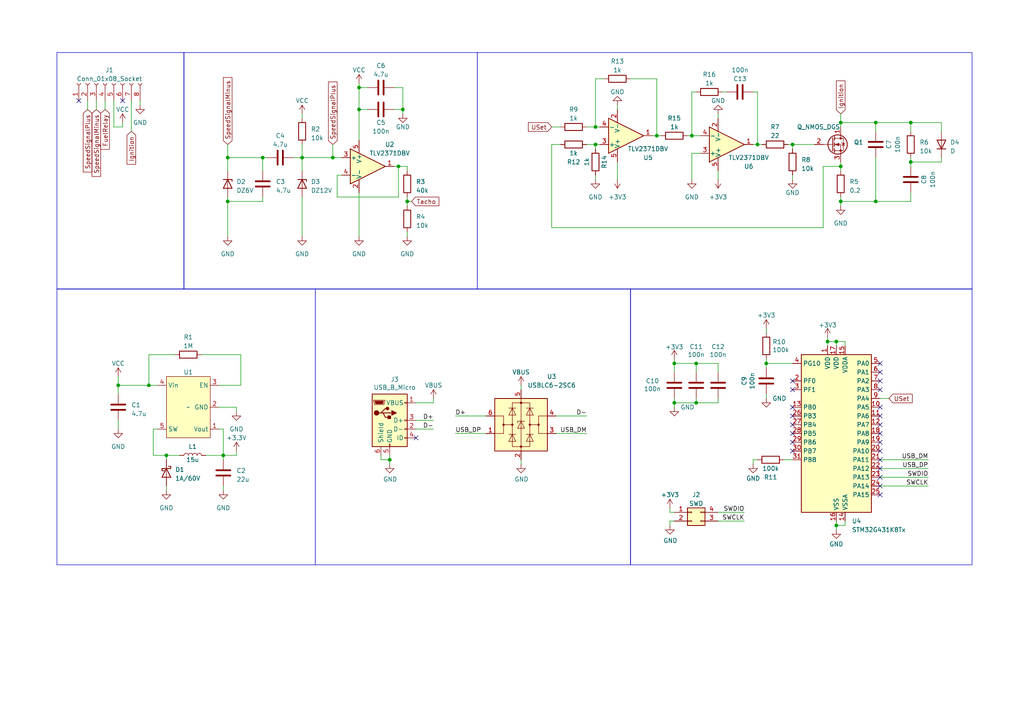
<source format=kicad_sch>
(kicad_sch (version 20230121) (generator eeschema)
  (paper "A4")
  (lib_symbols
    (symbol "Amplifier_Operational:TLV2371DBV" (pin_names (offset 0.127))
      (property "Reference" "U" (at -1.27 6.35 0))
      (property "Value" "TLV2371DBV" (at -1.27 3.81 0))
      (symbol "TLV2371DBV_0_1"
        (polyline (pts (xy -5.08 5.08) (xy 5.08 0) (xy -5.08 -5.08) (xy -5.08 5.08)) (stroke (width 0.254)) (fill (type background)))
        (pin power_in line (at -2.54 -7.62 90) (length 3.81) (name "V-") (number "2"))
        (pin power_in line (at -2.54 7.62 270) (length 3.81) (name "V+") (number "5"))
      )
      (symbol "TLV2371DBV_1_1"
        (pin output line (at 7.62 0 180) (length 2.54) (name "~") (number "1"))
        (pin input line (at -7.62 2.54 0) (length 2.54) (name "+") (number "3"))
        (pin input line (at -7.62 -2.54 0) (length 2.54) (name "-") (number "4"))
      )
    )
    (symbol "Conn_02x02_Counter_Clockwise_1" (pin_names (offset 1.016) hide)
      (property "Reference" "J" (at 1.27 2.54 0))
      (property "Value" "Conn_02x02_Counter_Clockwise" (at 1.27 -5.08 0))
      (symbol "Conn_02x02_Counter_Clockwise_1_1_1"
        (rectangle (start -1.27 -2.413) (end 0 -2.667) (stroke (width 0.1524)))
        (rectangle (start -1.27 0.127) (end 0 -0.127) (stroke (width 0.1524)))
        (rectangle (start -1.27 1.27) (end 3.81 -3.81) (stroke (width 0.254)) (fill (type background)))
        (rectangle (start 3.81 -2.413) (end 2.54 -2.667) (stroke (width 0.1524)))
        (rectangle (start 3.81 0.127) (end 2.54 -0.127) (stroke (width 0.1524)))
        (pin passive line (at -5.08 0 0) (length 3.81) (name "Pin_1") (number "1"))
        (pin passive line (at -5.08 -2.54 0) (length 3.81) (name "Pin_2") (number "2"))
        (pin passive line (at 7.62 -2.54 180) (length 3.81) (name "Pin_3") (number "3"))
        (pin passive line (at 7.62 0 180) (length 3.81) (name "Pin_4") (number "4"))
      )
    )
    (symbol "Connector:Conn_01x08_Socket" (pin_names (offset 1.016) hide)
      (property "Reference" "J" (at 0 10.16 0))
      (property "Value" "Conn_01x08_Socket" (at 0 -12.7 0))
      (symbol "Conn_01x08_Socket_1_1"
        (arc (start 0 -9.652) (mid -0.5058 -10.16) (end 0 -10.668) (stroke (width 0.1524)))
        (arc (start 0 -7.112) (mid -0.5058 -7.62) (end 0 -8.128) (stroke (width 0.1524)))
        (arc (start 0 -4.572) (mid -0.5058 -5.08) (end 0 -5.588) (stroke (width 0.1524)))
        (arc (start 0 -2.032) (mid -0.5058 -2.54) (end 0 -3.048) (stroke (width 0.1524)))
        (polyline (pts (xy -1.27 -10.16) (xy -0.508 -10.16)) (stroke (width 0.1524)))
        (polyline (pts (xy -1.27 -7.62) (xy -0.508 -7.62)) (stroke (width 0.1524)))
        (polyline (pts (xy -1.27 -5.08) (xy -0.508 -5.08)) (stroke (width 0.1524)))
        (polyline (pts (xy -1.27 -2.54) (xy -0.508 -2.54)) (stroke (width 0.1524)))
        (polyline (pts (xy -1.27 0) (xy -0.508 0)) (stroke (width 0.1524)))
        (polyline (pts (xy -1.27 2.54) (xy -0.508 2.54)) (stroke (width 0.1524)))
        (polyline (pts (xy -1.27 5.08) (xy -0.508 5.08)) (stroke (width 0.1524)))
        (polyline (pts (xy -1.27 7.62) (xy -0.508 7.62)) (stroke (width 0.1524)))
        (arc (start 0 0.508) (mid -0.5058 0) (end 0 -0.508) (stroke (width 0.1524)))
        (arc (start 0 3.048) (mid -0.5058 2.54) (end 0 2.032) (stroke (width 0.1524)))
        (arc (start 0 5.588) (mid -0.5058 5.08) (end 0 4.572) (stroke (width 0.1524)))
        (arc (start 0 8.128) (mid -0.5058 7.62) (end 0 7.112) (stroke (width 0.1524)))
        (pin passive line (at -5.08 7.62 0) (length 3.81) (name "Pin_1") (number "1"))
        (pin passive line (at -5.08 5.08 0) (length 3.81) (name "Pin_2") (number "2"))
        (pin passive line (at -5.08 2.54 0) (length 3.81) (name "Pin_3") (number "3"))
        (pin passive line (at -5.08 0 0) (length 3.81) (name "Pin_4") (number "4"))
        (pin passive line (at -5.08 -2.54 0) (length 3.81) (name "Pin_5") (number "5"))
        (pin passive line (at -5.08 -5.08 0) (length 3.81) (name "Pin_6") (number "6"))
        (pin passive line (at -5.08 -7.62 0) (length 3.81) (name "Pin_7") (number "7"))
        (pin passive line (at -5.08 -10.16 0) (length 3.81) (name "Pin_8") (number "8"))
      )
    )
    (symbol "Connector:USB_B_Micro" (pin_names (offset 1.016))
      (property "Reference" "J" (at -5.08 11.43 0))
      (property "Value" "USB_B_Micro" (at -5.08 8.89 0))
      (symbol "USB_B_Micro_0_1"
        (rectangle (start -5.08 -7.62) (end 5.08 7.62) (stroke (width 0.254)) (fill (type background)))
        (circle (center -3.81 2.159) (radius 0.635) (stroke (width 0.254)) (fill (type outline)))
        (circle (center -0.635 3.429) (radius 0.381) (stroke (width 0.254)) (fill (type outline)))
        (rectangle (start -0.127 -7.62) (end 0.127 -6.858))
        (polyline (pts (xy -1.905 2.159) (xy 0.635 2.159)) (stroke (width 0.254)))
        (polyline (pts (xy -3.175 2.159) (xy -2.54 2.159) (xy -1.27 3.429) (xy -0.635 3.429)) (stroke (width 0.254)))
        (polyline (pts (xy -2.54 2.159) (xy -1.905 2.159) (xy -1.27 0.889) (xy 0 0.889)) (stroke (width 0.254)))
        (polyline (pts (xy 0.635 2.794) (xy 0.635 1.524) (xy 1.905 2.159) (xy 0.635 2.794)) (stroke (width 0.254)) (fill (type outline)))
        (polyline (pts (xy -4.318 5.588) (xy -1.778 5.588) (xy -2.032 4.826) (xy -4.064 4.826) (xy -4.318 5.588)) (fill (type outline)))
        (polyline (pts (xy -4.699 5.842) (xy -4.699 5.588) (xy -4.445 4.826) (xy -4.445 4.572) (xy -1.651 4.572) (xy -1.651 4.826) (xy -1.397 5.588) (xy -1.397 5.842) (xy -4.699 5.842)))
        (rectangle (start 0.254 1.27) (end -0.508 0.508) (stroke (width 0.254)) (fill (type outline)))
        (rectangle (start 5.08 -5.207) (end 4.318 -4.953))
        (rectangle (start 5.08 -2.667) (end 4.318 -2.413))
        (rectangle (start 5.08 -0.127) (end 4.318 0.127))
        (rectangle (start 5.08 4.953) (end 4.318 5.207))
      )
      (symbol "USB_B_Micro_1_1"
        (pin power_out line (at 7.62 5.08 180) (length 2.54) (name "VBUS") (number "1"))
        (pin bidirectional line (at 7.62 -2.54 180) (length 2.54) (name "D-") (number "2"))
        (pin bidirectional line (at 7.62 0 180) (length 2.54) (name "D+") (number "3"))
        (pin passive line (at 7.62 -5.08 180) (length 2.54) (name "ID") (number "4"))
        (pin power_out line (at 0 -10.16 90) (length 2.54) (name "GND") (number "5"))
        (pin passive line (at -2.54 -10.16 90) (length 2.54) (name "Shield") (number "6"))
      )
    )
    (symbol "Device:C" (pin_numbers hide) (pin_names (offset 0.254))
      (property "Reference" "C" (at 0.635 2.54 0))
      (property "Value" "C" (at 0.635 -2.54 0))
      (symbol "C_0_1"
        (polyline (pts (xy -2.032 -0.762) (xy 2.032 -0.762)) (stroke (width 0.508)))
        (polyline (pts (xy -2.032 0.762) (xy 2.032 0.762)) (stroke (width 0.508)))
      )
      (symbol "C_1_1"
        (pin passive line (at 0 3.81 270) (length 2.794) (name "~") (number "1"))
        (pin passive line (at 0 -3.81 90) (length 2.794) (name "~") (number "2"))
      )
    )
    (symbol "Device:D" (pin_numbers hide) (pin_names (offset 1.016) hide)
      (property "Reference" "D" (at 0 2.54 0))
      (property "Value" "D" (at 0 -2.54 0))
      (symbol "D_0_1"
        (polyline (pts (xy -1.27 1.27) (xy -1.27 -1.27)) (stroke (width 0.254)))
        (polyline (pts (xy 1.27 0) (xy -1.27 0)))
        (polyline (pts (xy 1.27 1.27) (xy 1.27 -1.27) (xy -1.27 0) (xy 1.27 1.27)) (stroke (width 0.254)))
      )
      (symbol "D_1_1"
        (pin passive line (at -3.81 0 0) (length 2.54) (name "K") (number "1"))
        (pin passive line (at 3.81 0 180) (length 2.54) (name "A") (number "2"))
      )
    )
    (symbol "Device:D_Schottky" (pin_numbers hide) (pin_names (offset 1.016) hide)
      (property "Reference" "D" (at 0 2.54 0))
      (property "Value" "D_Schottky" (at 0 -2.54 0))
      (symbol "D_Schottky_0_1"
        (polyline (pts (xy 1.27 0) (xy -1.27 0)))
        (polyline (pts (xy 1.27 1.27) (xy 1.27 -1.27) (xy -1.27 0) (xy 1.27 1.27)) (stroke (width 0.254)))
        (polyline (pts (xy -1.905 0.635) (xy -1.905 1.27) (xy -1.27 1.27) (xy -1.27 -1.27) (xy -0.635 -1.27) (xy -0.635 -0.635)) (stroke (width 0.254)))
      )
      (symbol "D_Schottky_1_1"
        (pin passive line (at -3.81 0 0) (length 2.54) (name "K") (number "1"))
        (pin passive line (at 3.81 0 180) (length 2.54) (name "A") (number "2"))
      )
    )
    (symbol "Device:D_Zener" (pin_numbers hide) (pin_names (offset 1.016) hide)
      (property "Reference" "D" (at 0 2.54 0))
      (property "Value" "D_Zener" (at 0 -2.54 0))
      (symbol "D_Zener_0_1"
        (polyline (pts (xy 1.27 0) (xy -1.27 0)))
        (polyline (pts (xy -1.27 -1.27) (xy -1.27 1.27) (xy -0.762 1.27)) (stroke (width 0.254)))
        (polyline (pts (xy 1.27 -1.27) (xy 1.27 1.27) (xy -1.27 0) (xy 1.27 -1.27)) (stroke (width 0.254)))
      )
      (symbol "D_Zener_1_1"
        (pin passive line (at -3.81 0 0) (length 2.54) (name "K") (number "1"))
        (pin passive line (at 3.81 0 180) (length 2.54) (name "A") (number "2"))
      )
    )
    (symbol "Device:L" (pin_numbers hide) (pin_names (offset 1.016) hide)
      (property "Reference" "L" (at -1.27 0 90))
      (property "Value" "L" (at 1.905 0 90))
      (symbol "L_0_1"
        (arc (start 0 -2.54) (mid 0.6323 -1.905) (end 0 -1.27))
        (arc (start 0 -1.27) (mid 0.6323 -0.635) (end 0 0))
        (arc (start 0 0) (mid 0.6323 0.635) (end 0 1.27))
        (arc (start 0 1.27) (mid 0.6323 1.905) (end 0 2.54))
      )
      (symbol "L_1_1"
        (pin passive line (at 0 3.81 270) (length 1.27) (name "1") (number "1"))
        (pin passive line (at 0 -3.81 90) (length 1.27) (name "2") (number "2"))
      )
    )
    (symbol "Device:Q_NMOS_DGS" (pin_names (offset 0) hide)
      (property "Reference" "Q" (at 5.08 1.27 0))
      (property "Value" "Q_NMOS_DGS" (at 5.08 -1.27 0))
      (symbol "Q_NMOS_DGS_0_1"
        (polyline (pts (xy 0.254 0) (xy -2.54 0)))
        (polyline (pts (xy 0.254 1.905) (xy 0.254 -1.905)) (stroke (width 0.254)))
        (polyline (pts (xy 0.762 -1.27) (xy 0.762 -2.286)) (stroke (width 0.254)))
        (polyline (pts (xy 0.762 0.508) (xy 0.762 -0.508)) (stroke (width 0.254)))
        (polyline (pts (xy 0.762 2.286) (xy 0.762 1.27)) (stroke (width 0.254)))
        (polyline (pts (xy 2.54 2.54) (xy 2.54 1.778)))
        (polyline (pts (xy 2.54 -2.54) (xy 2.54 0) (xy 0.762 0)))
        (polyline (pts (xy 0.762 -1.778) (xy 3.302 -1.778) (xy 3.302 1.778) (xy 0.762 1.778)))
        (polyline (pts (xy 1.016 0) (xy 2.032 0.381) (xy 2.032 -0.381) (xy 1.016 0)) (fill (type outline)))
        (polyline (pts (xy 2.794 0.508) (xy 2.921 0.381) (xy 3.683 0.381) (xy 3.81 0.254)))
        (polyline (pts (xy 3.302 0.381) (xy 2.921 -0.254) (xy 3.683 -0.254) (xy 3.302 0.381)))
        (circle (center 1.651 0) (radius 2.794) (stroke (width 0.254)))
        (circle (center 2.54 -1.778) (radius 0.254) (fill (type outline)))
        (circle (center 2.54 1.778) (radius 0.254) (fill (type outline)))
      )
      (symbol "Q_NMOS_DGS_1_1"
        (pin passive line (at 2.54 5.08 270) (length 2.54) (name "D") (number "1"))
        (pin input line (at -5.08 0 0) (length 2.54) (name "G") (number "2"))
        (pin passive line (at 2.54 -5.08 90) (length 2.54) (name "S") (number "3"))
      )
    )
    (symbol "Device:R" (pin_numbers hide) (pin_names (offset 0))
      (property "Reference" "R" (at 2.032 0 90))
      (property "Value" "R" (at 0 0 90))
      (symbol "R_0_1"
        (rectangle (start -1.016 -2.54) (end 1.016 2.54) (stroke (width 0.254)))
      )
      (symbol "R_1_1"
        (pin passive line (at 0 3.81 270) (length 1.27) (name "~") (number "1"))
        (pin passive line (at 0 -3.81 90) (length 1.27) (name "~") (number "2"))
      )
    )
    (symbol "MCU_ST_STM32G4:STM32G431K8Tx"
      (property "Reference" "U" (at -10.16 24.13 0))
      (property "Value" "STM32G431K8Tx" (at 5.08 24.13 0))
      (symbol "STM32G431K8Tx_0_1"
        (rectangle (start -10.16 -22.86) (end 10.16 22.86) (stroke (width 0.254)) (fill (type background)))
      )
      (symbol "STM32G431K8Tx_1_1"
        (pin power_in line (at -2.54 25.4 270) (length 2.54) (name "VDD") (number "1"))
        (pin bidirectional line (at 12.7 7.62 180) (length 2.54) (name "PA5") (number "10"))
        (pin bidirectional line (at 12.7 5.08 180) (length 2.54) (name "PA6") (number "11"))
        (pin bidirectional line (at 12.7 2.54 180) (length 2.54) (name "PA7") (number "12"))
        (pin bidirectional line (at -12.7 7.62 0) (length 2.54) (name "PB0") (number "13"))
        (pin power_in line (at 2.54 -25.4 90) (length 2.54) (name "VSSA") (number "14"))
        (pin power_in line (at 2.54 25.4 270) (length 2.54) (name "VDDA") (number "15"))
        (pin power_in line (at 0 -25.4 90) (length 2.54) (name "VSS") (number "16"))
        (pin power_in line (at 0 25.4 270) (length 2.54) (name "VDD") (number "17"))
        (pin bidirectional line (at 12.7 0 180) (length 2.54) (name "PA8") (number "18"))
        (pin bidirectional line (at 12.7 -2.54 180) (length 2.54) (name "PA9") (number "19"))
        (pin bidirectional line (at -12.7 15.24 0) (length 2.54) (name "PF0") (number "2"))
        (pin bidirectional line (at 12.7 -5.08 180) (length 2.54) (name "PA10") (number "20"))
        (pin bidirectional line (at 12.7 -7.62 180) (length 2.54) (name "PA11") (number "21"))
        (pin bidirectional line (at 12.7 -10.16 180) (length 2.54) (name "PA12") (number "22"))
        (pin bidirectional line (at 12.7 -12.7 180) (length 2.54) (name "PA13") (number "23"))
        (pin bidirectional line (at 12.7 -15.24 180) (length 2.54) (name "PA14") (number "24"))
        (pin bidirectional line (at 12.7 -17.78 180) (length 2.54) (name "PA15") (number "25"))
        (pin bidirectional line (at -12.7 5.08 0) (length 2.54) (name "PB3") (number "26"))
        (pin bidirectional line (at -12.7 2.54 0) (length 2.54) (name "PB4") (number "27"))
        (pin bidirectional line (at -12.7 0 0) (length 2.54) (name "PB5") (number "28"))
        (pin bidirectional line (at -12.7 -2.54 0) (length 2.54) (name "PB6") (number "29"))
        (pin bidirectional line (at -12.7 12.7 0) (length 2.54) (name "PF1") (number "3"))
        (pin bidirectional line (at -12.7 -5.08 0) (length 2.54) (name "PB7") (number "30"))
        (pin bidirectional line (at -12.7 -7.62 0) (length 2.54) (name "PB8") (number "31"))
        (pin passive line (at 0 -25.4 90) (length 2.54) hide (name "VSS") (number "32"))
        (pin bidirectional line (at -12.7 20.32 0) (length 2.54) (name "PG10") (number "4"))
        (pin bidirectional line (at 12.7 20.32 180) (length 2.54) (name "PA0") (number "5"))
        (pin bidirectional line (at 12.7 17.78 180) (length 2.54) (name "PA1") (number "6"))
        (pin bidirectional line (at 12.7 15.24 180) (length 2.54) (name "PA2") (number "7"))
        (pin bidirectional line (at 12.7 12.7 180) (length 2.54) (name "PA3") (number "8"))
        (pin bidirectional line (at 12.7 10.16 180) (length 2.54) (name "PA4") (number "9"))
      )
    )
    (symbol "MK_Supply:RAA21140x"
      (property "Reference" "U" (at 0 13.97 0))
      (symbol "RAA21140x_1_1"
        (rectangle (start -6.35 8.89) (end 6.35 -8.89) (fill (type background)))
        (pin input line (at 8.89 -6.35 180) (length 2.54) (name "Vout") (number "1"))
        (pin input line (at 8.89 0 180) (length 2.54) (name "GND") (number "2"))
        (pin input line (at 8.89 6.35 180) (length 2.54) (name "EN") (number "3"))
        (pin input line (at -8.89 6.35 0) (length 2.54) (name "Vin") (number "4"))
        (pin input line (at -8.89 -6.35 0) (length 2.54) (name "SW") (number "5"))
      )
    )
    (symbol "Power_Protection:USBLC6-2SC6" (pin_names hide)
      (property "Reference" "U" (at 2.54 8.89 0))
      (property "Value" "USBLC6-2SC6" (at 2.54 -8.89 0))
      (symbol "USBLC6-2SC6_0_1"
        (rectangle (start -7.62 -7.62) (end 7.62 7.62) (stroke (width 0.254)) (fill (type background)))
        (circle (center -5.08 0) (radius 0.254) (fill (type outline)))
        (circle (center -2.54 0) (radius 0.254) (fill (type outline)))
        (rectangle (start -2.54 6.35) (end 2.54 -6.35))
        (circle (center 0 -6.35) (radius 0.254) (fill (type outline)))
        (polyline (pts (xy -5.08 -2.54) (xy -7.62 -2.54)))
        (polyline (pts (xy -5.08 0) (xy -5.08 -2.54)))
        (polyline (pts (xy -5.08 2.54) (xy -7.62 2.54)))
        (polyline (pts (xy -1.524 -2.794) (xy -3.556 -2.794)))
        (polyline (pts (xy -1.524 4.826) (xy -3.556 4.826)))
        (polyline (pts (xy 0 -7.62) (xy 0 -6.35)))
        (polyline (pts (xy 0 -6.35) (xy 0 1.27)))
        (polyline (pts (xy 0 1.27) (xy 0 6.35)))
        (polyline (pts (xy 0 6.35) (xy 0 7.62)))
        (polyline (pts (xy 1.524 -2.794) (xy 3.556 -2.794)))
        (polyline (pts (xy 1.524 4.826) (xy 3.556 4.826)))
        (polyline (pts (xy 5.08 -2.54) (xy 7.62 -2.54)))
        (polyline (pts (xy 5.08 0) (xy 5.08 -2.54)))
        (polyline (pts (xy 5.08 2.54) (xy 7.62 2.54)))
        (polyline (pts (xy -2.54 0) (xy -5.08 0) (xy -5.08 2.54)))
        (polyline (pts (xy 2.54 0) (xy 5.08 0) (xy 5.08 2.54)))
        (polyline (pts (xy -3.556 -4.826) (xy -1.524 -4.826) (xy -2.54 -2.794) (xy -3.556 -4.826)))
        (polyline (pts (xy -3.556 2.794) (xy -1.524 2.794) (xy -2.54 4.826) (xy -3.556 2.794)))
        (polyline (pts (xy -1.016 -1.016) (xy 1.016 -1.016) (xy 0 1.016) (xy -1.016 -1.016)))
        (polyline (pts (xy 1.016 1.016) (xy 0.762 1.016) (xy -1.016 1.016) (xy -1.016 0.508)))
        (polyline (pts (xy 3.556 -4.826) (xy 1.524 -4.826) (xy 2.54 -2.794) (xy 3.556 -4.826)))
        (polyline (pts (xy 3.556 2.794) (xy 1.524 2.794) (xy 2.54 4.826) (xy 3.556 2.794)))
        (circle (center 0 6.35) (radius 0.254) (fill (type outline)))
        (circle (center 2.54 0) (radius 0.254) (fill (type outline)))
        (circle (center 5.08 0) (radius 0.254) (fill (type outline)))
      )
      (symbol "USBLC6-2SC6_1_1"
        (pin passive line (at -10.16 -2.54 0) (length 2.54) (name "I/O1") (number "1"))
        (pin passive line (at 0 -10.16 90) (length 2.54) (name "GND") (number "2"))
        (pin passive line (at 10.16 -2.54 180) (length 2.54) (name "I/O2") (number "3"))
        (pin passive line (at 10.16 2.54 180) (length 2.54) (name "I/O2") (number "4"))
        (pin passive line (at 0 10.16 270) (length 2.54) (name "VBUS") (number "5"))
        (pin passive line (at -10.16 2.54 0) (length 2.54) (name "I/O1") (number "6"))
      )
    )
    (symbol "power:+3.3V" (power) (pin_names (offset 0))
      (property "Value" "+3.3V" (at 0 3.556 0))
      (symbol "+3.3V_0_1"
        (polyline (pts (xy -0.762 1.27) (xy 0 2.54)))
        (polyline (pts (xy 0 0) (xy 0 2.54)))
        (polyline (pts (xy 0 2.54) (xy 0.762 1.27)))
      )
      (symbol "+3.3V_1_1"
        (pin power_in line (at 0 0 90) (length 0) hide (name "+3.3V") (number "1"))
      )
    )
    (symbol "power:+3V3" (power) (pin_names (offset 0))
      (property "Value" "+3V3" (at 0 3.556 0))
      (symbol "+3V3_0_1"
        (polyline (pts (xy -0.762 1.27) (xy 0 2.54)))
        (polyline (pts (xy 0 0) (xy 0 2.54)))
        (polyline (pts (xy 0 2.54) (xy 0.762 1.27)))
      )
      (symbol "+3V3_1_1"
        (pin power_in line (at 0 0 90) (length 0) hide (name "+3V3") (number "1"))
      )
    )
    (symbol "power:GND" (power) (pin_names (offset 0))
      (property "Value" "GND" (at 0 -3.81 0))
      (symbol "GND_0_1"
        (polyline (pts (xy 0 0) (xy 0 -1.27) (xy 1.27 -1.27) (xy 0 -2.54) (xy -1.27 -1.27) (xy 0 -1.27)))
      )
      (symbol "GND_1_1"
        (pin power_in line (at 0 0 270) (length 0) hide (name "GND") (number "1"))
      )
    )
    (symbol "power:VBUS" (power) (pin_names (offset 0))
      (property "Value" "VBUS" (at 0 3.81 0))
      (symbol "VBUS_0_1"
        (polyline (pts (xy -0.762 1.27) (xy 0 2.54)))
        (polyline (pts (xy 0 0) (xy 0 2.54)))
        (polyline (pts (xy 0 2.54) (xy 0.762 1.27)))
      )
      (symbol "VBUS_1_1"
        (pin power_in line (at 0 0 90) (length 0) hide (name "VBUS") (number "1"))
      )
    )
    (symbol "power:VCC" (power) (pin_names (offset 0))
      (property "Value" "VCC" (at 0 3.81 0))
      (symbol "VCC_0_1"
        (polyline (pts (xy -0.762 1.27) (xy 0 2.54)))
        (polyline (pts (xy 0 0) (xy 0 2.54)))
        (polyline (pts (xy 0 2.54) (xy 0.762 1.27)))
      )
      (symbol "VCC_1_1"
        (pin power_in line (at 0 0 90) (length 0) hide (name "VCC") (number "1"))
      )
    )
  )
  (junction (at 242.57 99.06))
  (junction (at 219.71 41.91))
  (junction (at 66.04 58.42))
  (junction (at 172.72 36.83))
  (junction (at 96.52 45.72))
  (junction (at 104.14 31.75))
  (junction (at 200.66 39.37))
  (junction (at 242.57 152.4))
  (junction (at 195.58 105.41))
  (junction (at 190.5 39.37))
  (junction (at 64.77 132.08))
  (junction (at 118.11 58.42))
  (junction (at 201.93 105.41))
  (junction (at 254 58.42))
  (junction (at 229.87 41.91))
  (junction (at 116.84 31.75))
  (junction (at 264.16 35.56))
  (junction (at 254 35.56))
  (junction (at 243.84 58.42))
  (junction (at 113.03 133.35))
  (junction (at 76.2 45.72))
  (junction (at 34.29 111.76))
  (junction (at 104.14 25.4))
  (junction (at 222.25 105.41))
  (junction (at 243.84 48.26))
  (junction (at 201.93 116.84))
  (junction (at 243.84 35.56))
  (junction (at 240.03 99.06))
  (junction (at 264.16 46.99))
  (junction (at 195.58 116.84))
  (junction (at 172.72 41.91))
  (junction (at 66.04 45.72))
  (junction (at 43.18 111.76))
  (junction (at 115.57 48.26))
  (junction (at 48.26 132.08))
  (junction (at 87.63 45.72))
  (no_connect (at 255.27 118.11))
  (no_connect (at 229.87 128.27))
  (no_connect (at 229.87 123.19))
  (no_connect (at 255.27 135.89))
  (no_connect (at 255.27 128.27))
  (no_connect (at 255.27 110.49))
  (no_connect (at 229.87 118.11))
  (no_connect (at 229.87 130.81))
  (no_connect (at 255.27 125.73))
  (no_connect (at 255.27 143.51))
  (no_connect (at 255.27 140.97))
  (no_connect (at 255.27 120.65))
  (no_connect (at 255.27 113.03))
  (no_connect (at 229.87 110.49))
  (no_connect (at 22.86 29.21))
  (no_connect (at 229.87 125.73))
  (no_connect (at 255.27 138.43))
  (no_connect (at 255.27 123.19))
  (no_connect (at 35.56 29.21))
  (no_connect (at 255.27 105.41))
  (no_connect (at 255.27 130.81))
  (no_connect (at 229.87 120.65))
  (no_connect (at 229.87 113.03))
  (no_connect (at 255.27 107.95))
  (no_connect (at 120.65 127))
  (no_connect (at 255.27 133.35))
  (wire (pts (xy 132.08 125.73) (xy 140.97 125.73)))
  (wire (pts (xy 255.27 115.57) (xy 257.81 115.57)))
  (wire (pts (xy 245.11 99.06) (xy 242.57 99.06)))
  (wire (pts (xy 40.64 29.21) (xy 40.64 30.48)))
  (wire (pts (xy 201.93 116.84) (xy 208.28 116.84)))
  (wire (pts (xy 240.03 99.06) (xy 240.03 100.33)))
  (wire (pts (xy 104.14 55.88) (xy 104.14 68.58)))
  (wire (pts (xy 114.3 25.4) (xy 116.84 25.4)))
  (wire (pts (xy 104.14 31.75) (xy 104.14 40.64)))
  (wire (pts (xy 190.5 39.37) (xy 189.23 39.37)))
  (wire (pts (xy 195.58 151.13) (xy 194.31 151.13)))
  (wire (pts (xy 99.06 50.8) (xy 97.79 50.8)))
  (wire (pts (xy 64.77 140.97) (xy 64.77 142.24)))
  (wire (pts (xy 160.02 41.91) (xy 160.02 66.04)))
  (wire (pts (xy 195.58 105.41) (xy 195.58 107.95)))
  (wire (pts (xy 242.57 151.13) (xy 242.57 152.4)))
  (wire (pts (xy 264.16 45.72) (xy 264.16 46.99)))
  (wire (pts (xy 264.16 35.56) (xy 254 35.56)))
  (wire (pts (xy 219.71 26.67) (xy 219.71 41.91)))
  (wire (pts (xy 118.11 49.53) (xy 118.11 48.26)))
  (wire (pts (xy 255.27 138.43) (xy 269.24 138.43)))
  (wire (pts (xy 76.2 45.72) (xy 77.47 45.72)))
  (wire (pts (xy 50.8 102.87) (xy 43.18 102.87)))
  (wire (pts (xy 116.84 25.4) (xy 116.84 31.75)))
  (wire (pts (xy 254 45.72) (xy 254 58.42)))
  (wire (pts (xy 222.25 104.14) (xy 222.25 105.41)))
  (wire (pts (xy 96.52 45.72) (xy 87.63 45.72)))
  (wire (pts (xy 38.1 29.21) (xy 38.1 38.1)))
  (wire (pts (xy 201.93 105.41) (xy 208.28 105.41)))
  (wire (pts (xy 44.45 132.08) (xy 48.26 132.08)))
  (wire (pts (xy 120.65 121.92) (xy 125.73 121.92)))
  (wire (pts (xy 115.57 57.15) (xy 115.57 48.26)))
  (wire (pts (xy 222.25 105.41) (xy 229.87 105.41)))
  (wire (pts (xy 240.03 97.79) (xy 240.03 99.06)))
  (wire (pts (xy 229.87 50.8) (xy 229.87 52.07)))
  (wire (pts (xy 222.25 105.41) (xy 222.25 106.68)))
  (wire (pts (xy 106.68 25.4) (xy 104.14 25.4)))
  (wire (pts (xy 255.27 133.35) (xy 269.24 133.35)))
  (wire (pts (xy 68.58 130.81) (xy 68.58 132.08)))
  (wire (pts (xy 118.11 67.31) (xy 118.11 68.58)))
  (wire (pts (xy 219.71 133.35) (xy 218.44 133.35)))
  (wire (pts (xy 172.72 36.83) (xy 173.99 36.83)))
  (wire (pts (xy 87.63 57.15) (xy 87.63 68.58)))
  (wire (pts (xy 151.13 111.76) (xy 151.13 113.03)))
  (wire (pts (xy 66.04 45.72) (xy 66.04 49.53)))
  (wire (pts (xy 218.44 26.67) (xy 219.71 26.67)))
  (wire (pts (xy 97.79 57.15) (xy 115.57 57.15)))
  (wire (pts (xy 200.66 44.45) (xy 203.2 44.45)))
  (wire (pts (xy 68.58 118.11) (xy 68.58 119.38)))
  (wire (pts (xy 66.04 41.91) (xy 66.04 45.72)))
  (wire (pts (xy 273.05 45.72) (xy 273.05 46.99)))
  (wire (pts (xy 208.28 33.02) (xy 208.28 34.29)))
  (wire (pts (xy 113.03 134.62) (xy 113.03 133.35)))
  (wire (pts (xy 161.29 125.73) (xy 170.18 125.73)))
  (wire (pts (xy 132.08 120.65) (xy 140.97 120.65)))
  (wire (pts (xy 44.45 124.46) (xy 44.45 132.08)))
  (wire (pts (xy 229.87 41.91) (xy 229.87 43.18)))
  (wire (pts (xy 115.57 48.26) (xy 118.11 48.26)))
  (wire (pts (xy 87.63 33.02) (xy 87.63 34.29)))
  (wire (pts (xy 182.88 22.86) (xy 190.5 22.86)))
  (wire (pts (xy 179.07 30.48) (xy 179.07 31.75)))
  (wire (pts (xy 35.56 36.83) (xy 35.56 35.56)))
  (wire (pts (xy 200.66 26.67) (xy 200.66 39.37)))
  (wire (pts (xy 106.68 31.75) (xy 104.14 31.75)))
  (wire (pts (xy 201.93 105.41) (xy 201.93 107.95)))
  (wire (pts (xy 120.65 124.46) (xy 125.73 124.46)))
  (wire (pts (xy 228.6 41.91) (xy 229.87 41.91)))
  (wire (pts (xy 243.84 48.26) (xy 243.84 49.53)))
  (wire (pts (xy 179.07 46.99) (xy 179.07 52.07)))
  (wire (pts (xy 52.07 132.08) (xy 48.26 132.08)))
  (wire (pts (xy 45.72 124.46) (xy 44.45 124.46)))
  (wire (pts (xy 34.29 111.76) (xy 34.29 114.3)))
  (wire (pts (xy 66.04 45.72) (xy 76.2 45.72)))
  (wire (pts (xy 172.72 50.8) (xy 172.72 52.07)))
  (wire (pts (xy 33.02 36.83) (xy 35.56 36.83)))
  (wire (pts (xy 63.5 124.46) (xy 64.77 124.46)))
  (wire (pts (xy 264.16 38.1) (xy 264.16 35.56)))
  (wire (pts (xy 201.93 116.84) (xy 195.58 116.84)))
  (wire (pts (xy 125.73 116.84) (xy 125.73 115.57)))
  (wire (pts (xy 222.25 115.57) (xy 222.25 114.3)))
  (wire (pts (xy 194.31 151.13) (xy 194.31 152.4)))
  (wire (pts (xy 195.58 115.57) (xy 195.58 116.84)))
  (wire (pts (xy 175.26 22.86) (xy 172.72 22.86)))
  (wire (pts (xy 58.42 102.87) (xy 69.85 102.87)))
  (wire (pts (xy 96.52 45.72) (xy 96.52 41.91)))
  (wire (pts (xy 227.33 133.35) (xy 229.87 133.35)))
  (wire (pts (xy 96.52 45.72) (xy 99.06 45.72)))
  (wire (pts (xy 209.55 26.67) (xy 210.82 26.67)))
  (wire (pts (xy 242.57 99.06) (xy 240.03 99.06)))
  (wire (pts (xy 87.63 45.72) (xy 87.63 41.91)))
  (wire (pts (xy 243.84 36.83) (xy 243.84 35.56)))
  (wire (pts (xy 201.93 26.67) (xy 200.66 26.67)))
  (wire (pts (xy 59.69 132.08) (xy 64.77 132.08)))
  (wire (pts (xy 43.18 102.87) (xy 43.18 111.76)))
  (wire (pts (xy 66.04 58.42) (xy 66.04 68.58)))
  (wire (pts (xy 195.58 116.84) (xy 195.58 118.11)))
  (wire (pts (xy 245.11 151.13) (xy 245.11 152.4)))
  (wire (pts (xy 208.28 148.59) (xy 215.9 148.59)))
  (wire (pts (xy 229.87 41.91) (xy 236.22 41.91)))
  (wire (pts (xy 43.18 111.76) (xy 34.29 111.76)))
  (wire (pts (xy 76.2 57.15) (xy 76.2 58.42)))
  (wire (pts (xy 243.84 46.99) (xy 243.84 48.26)))
  (wire (pts (xy 33.02 29.21) (xy 33.02 36.83)))
  (wire (pts (xy 245.11 100.33) (xy 245.11 99.06)))
  (wire (pts (xy 85.09 45.72) (xy 87.63 45.72)))
  (wire (pts (xy 172.72 22.86) (xy 172.72 36.83)))
  (wire (pts (xy 118.11 57.15) (xy 118.11 58.42)))
  (wire (pts (xy 255.27 135.89) (xy 269.24 135.89)))
  (wire (pts (xy 254 35.56) (xy 254 38.1)))
  (wire (pts (xy 215.9 151.13) (xy 208.28 151.13)))
  (wire (pts (xy 219.71 41.91) (xy 220.98 41.91)))
  (wire (pts (xy 27.94 29.21) (xy 27.94 31.75)))
  (wire (pts (xy 172.72 41.91) (xy 172.72 43.18)))
  (wire (pts (xy 218.44 133.35) (xy 218.44 134.62)))
  (wire (pts (xy 264.16 55.88) (xy 264.16 58.42)))
  (wire (pts (xy 66.04 58.42) (xy 76.2 58.42)))
  (wire (pts (xy 219.71 41.91) (xy 218.44 41.91)))
  (wire (pts (xy 273.05 35.56) (xy 264.16 35.56)))
  (wire (pts (xy 69.85 111.76) (xy 63.5 111.76)))
  (wire (pts (xy 195.58 105.41) (xy 201.93 105.41)))
  (wire (pts (xy 208.28 49.53) (xy 208.28 52.07)))
  (wire (pts (xy 104.14 25.4) (xy 104.14 31.75)))
  (wire (pts (xy 170.18 36.83) (xy 172.72 36.83)))
  (wire (pts (xy 222.25 95.25) (xy 222.25 96.52)))
  (wire (pts (xy 87.63 45.72) (xy 87.63 49.53)))
  (wire (pts (xy 208.28 105.41) (xy 208.28 107.95)))
  (wire (pts (xy 104.14 24.13) (xy 104.14 25.4)))
  (wire (pts (xy 238.76 48.26) (xy 238.76 66.04)))
  (wire (pts (xy 264.16 46.99) (xy 264.16 48.26)))
  (wire (pts (xy 238.76 48.26) (xy 243.84 48.26)))
  (wire (pts (xy 269.24 140.97) (xy 255.27 140.97)))
  (wire (pts (xy 201.93 115.57) (xy 201.93 116.84)))
  (wire (pts (xy 114.3 31.75) (xy 116.84 31.75)))
  (wire (pts (xy 69.85 102.87) (xy 69.85 111.76)))
  (wire (pts (xy 243.84 35.56) (xy 254 35.56)))
  (wire (pts (xy 195.58 104.14) (xy 195.58 105.41)))
  (wire (pts (xy 160.02 41.91) (xy 162.56 41.91)))
  (wire (pts (xy 48.26 140.97) (xy 48.26 142.24)))
  (wire (pts (xy 161.29 120.65) (xy 170.18 120.65)))
  (wire (pts (xy 264.16 58.42) (xy 254 58.42)))
  (wire (pts (xy 273.05 38.1) (xy 273.05 35.56)))
  (wire (pts (xy 254 58.42) (xy 243.84 58.42)))
  (wire (pts (xy 242.57 99.06) (xy 242.57 100.33)))
  (wire (pts (xy 199.39 39.37) (xy 200.66 39.37)))
  (wire (pts (xy 110.49 133.35) (xy 113.03 133.35)))
  (wire (pts (xy 64.77 132.08) (xy 64.77 133.35)))
  (wire (pts (xy 34.29 121.92) (xy 34.29 124.46)))
  (wire (pts (xy 115.57 48.26) (xy 114.3 48.26)))
  (wire (pts (xy 170.18 41.91) (xy 172.72 41.91)))
  (wire (pts (xy 243.84 58.42) (xy 243.84 59.69)))
  (wire (pts (xy 34.29 109.22) (xy 34.29 111.76)))
  (wire (pts (xy 118.11 58.42) (xy 118.11 59.69)))
  (wire (pts (xy 63.5 118.11) (xy 68.58 118.11)))
  (wire (pts (xy 116.84 31.75) (xy 116.84 33.02)))
  (wire (pts (xy 25.4 29.21) (xy 25.4 31.75)))
  (wire (pts (xy 242.57 152.4) (xy 245.11 152.4)))
  (wire (pts (xy 110.49 132.08) (xy 110.49 133.35)))
  (wire (pts (xy 64.77 124.46) (xy 64.77 132.08)))
  (wire (pts (xy 120.65 116.84) (xy 125.73 116.84)))
  (wire (pts (xy 200.66 52.07) (xy 200.66 44.45)))
  (wire (pts (xy 151.13 134.62) (xy 151.13 133.35)))
  (wire (pts (xy 172.72 41.91) (xy 173.99 41.91)))
  (wire (pts (xy 160.02 66.04) (xy 238.76 66.04)))
  (wire (pts (xy 242.57 152.4) (xy 242.57 153.67)))
  (wire (pts (xy 243.84 57.15) (xy 243.84 58.42)))
  (wire (pts (xy 208.28 115.57) (xy 208.28 116.84)))
  (wire (pts (xy 243.84 33.02) (xy 243.84 35.56)))
  (wire (pts (xy 160.02 36.83) (xy 162.56 36.83)))
  (wire (pts (xy 190.5 22.86) (xy 190.5 39.37)))
  (wire (pts (xy 200.66 39.37) (xy 203.2 39.37)))
  (wire (pts (xy 194.31 148.59) (xy 195.58 148.59)))
  (wire (pts (xy 97.79 50.8) (xy 97.79 57.15)))
  (wire (pts (xy 48.26 132.08) (xy 48.26 133.35)))
  (wire (pts (xy 45.72 111.76) (xy 43.18 111.76)))
  (wire (pts (xy 30.48 29.21) (xy 30.48 31.75)))
  (wire (pts (xy 66.04 57.15) (xy 66.04 58.42)))
  (wire (pts (xy 190.5 39.37) (xy 191.77 39.37)))
  (wire (pts (xy 273.05 46.99) (xy 264.16 46.99)))
  (wire (pts (xy 113.03 133.35) (xy 113.03 132.08)))
  (wire (pts (xy 194.31 148.59) (xy 194.31 147.32)))
  (wire (pts (xy 68.58 132.08) (xy 64.77 132.08)))
  (wire (pts (xy 118.11 58.42) (xy 119.38 58.42)))
  (wire (pts (xy 76.2 45.72) (xy 76.2 49.53)))
  (rectangle (start 138.43 15.24) (end 281.94 83.82))
  (rectangle (start 16.51 83.82) (end 91.44 163.83))
  (rectangle (start 16.51 15.24) (end 53.34 83.82))
  (rectangle (start 53.34 15.24) (end 138.43 83.82))
  (rectangle (start 91.44 83.82) (end 182.88 163.83))
  (rectangle (start 182.88 83.82) (end 281.94 163.83))
  (label "USB_DP" (at 132.08 125.73 0))
  (label "SWCLK" (at 269.24 140.97 180))
  (label "SWDIO" (at 269.24 138.43 180))
  (label "USB_DM" (at 170.18 125.73 180))
  (label "USB_DP" (at 269.24 135.89 180))
  (label "D+" (at 132.08 120.65 0))
  (label "D-" (at 125.73 124.46 180))
  (label "USB_DM" (at 269.24 133.35 180))
  (label "D+" (at 125.73 121.92 180))
  (label "D-" (at 170.18 120.65 180))
  (label "SWDIO" (at 215.9 148.59 180))
  (label "SWCLK" (at 215.9 151.13 180))
  (global_label "FuelRelay" (shape input) (at 30.48 31.75 270) (property "Intersheetrefs" "${INTERSHEET_REFS}" (effects hide)))
  (global_label "SpeedSignalMinus" (shape input) (at 27.94 31.75 270) (property "Intersheetrefs" "${INTERSHEET_REFS}" (effects hide)))
  (global_label "Tacho" (shape input) (at 119.38 58.42 0) (property "Intersheetrefs" "${INTERSHEET_REFS}" (effects hide)))
  (global_label "USet" (shape input) (at 160.02 36.83 180) (property "Intersheetrefs" "${INTERSHEET_REFS}" (effects hide)))
  (global_label "SpeedSignalPlus" (shape input) (at 96.52 41.91 90) (property "Intersheetrefs" "${INTERSHEET_REFS}" (effects hide)))
  (global_label "SpeedSignalMinus" (shape input) (at 66.04 41.91 90) (property "Intersheetrefs" "${INTERSHEET_REFS}" (effects hide)))
  (global_label "Ignition" (shape input) (at 243.84 33.02 90) (property "Intersheetrefs" "${INTERSHEET_REFS}" (effects hide)))
  (global_label "Ignition" (shape input) (at 38.1 38.1 270) (property "Intersheetrefs" "${INTERSHEET_REFS}" (effects hide)))
  (global_label "USet" (shape input) (at 257.81 115.57 0) (property "Intersheetrefs" "${INTERSHEET_REFS}" (effects hide)))
  (global_label "SpeedSignalPlus" (shape input) (at 25.4 31.75 270) (property "Intersheetrefs" "${INTERSHEET_REFS}" (effects hide)))
  (symbol (lib_id "Device:R") (at 224.79 41.91 90) (unit 1)
    (property "Reference" "R7" (at 224.79 36.83 90))
    (property "Value" "22" (at 224.79 39.37 90))
    (property "Footprint" "Resistor_SMD:R_0603_1608Metric" (effects hide))
  )
  (symbol (lib_id "Amplifier_Operational:TLV2371DBV") (at 181.61 39.37 0) (mirror x) (unit 1)
    (property "Reference" "U5" (at 187.96 45.72 0))
    (property "Value" "TLV2371DBV" (at 187.96 43.18 0))
    (property "Footprint" "Package_TO_SOT_SMD:SOT-23-5" (effects hide))
    (property "Datasheet" "http://www.ti.com/lit/ds/symlink/tlv2375.pdf" (effects hide))
  )
  (symbol (lib_id "power:GND") (at 34.29 124.46 0) (unit 1)
    (property "Reference" "#PWR02" (effects hide))
    (property "Value" "GND" (at 34.29 129.54 0))
  )
  (symbol (lib_id "Device:R") (at 229.87 46.99 180) (unit 1)
    (property "Reference" "R8" (at 232.41 46.355 0) (effects (justify right)))
    (property "Value" "10k" (at 232.41 48.895 0) (effects (justify right)))
    (property "Footprint" "Resistor_SMD:R_0603_1608Metric" (effects hide))
  )
  (symbol (lib_id "power:+3V3") (at 179.07 52.07 180) (unit 1)
    (property "Reference" "#PWR032" (effects hide))
    (property "Value" "+3V3" (at 179.07 57.15 0))
  )
  (symbol (lib_id "Device:Q_NMOS_DGS") (at 241.3 41.91 0) (unit 1)
    (property "Reference" "Q1" (at 247.65 41.275 0) (effects (justify left)))
    (property "Value" "Q_NMOS_DGS" (at 231.14 36.83 0) (effects (justify left)))
  )
  (symbol (lib_id "power:+3V3") (at 240.03 97.79 0) (unit 1)
    (property "Reference" "#PWR024" (effects hide))
    (property "Value" "+3V3" (at 240.03 94.2881 0))
  )
  (symbol (lib_id "Device:C") (at 222.25 110.49 180) (unit 1)
    (property "Reference" "C9" (at 215.8492 110.49 90))
    (property "Value" "100n" (at 218.1606 110.49 90))
    (property "Footprint" "Capacitor_SMD:C_0603_1608Metric" (effects hide))
    (property "Datasheet" "https://www.mouser.ch/datasheet/2/585/MLCC-1837944.pdf" (effects hide))
    (property "Hersteller Nr." "885382206004" (effects hide))
    (property "Mouser Nr." "710-885382206004" (effects hide))
    (property "Info" "0.1uF; 50V, X7R; -55C;+125C" (effects hide))
  )
  (symbol (lib_id "power:GND") (at 113.03 134.62 0) (unit 1)
    (property "Reference" "#PWR027" (effects hide))
    (property "Value" "GND" (at 113.157 139.0142 0))
  )
  (symbol (lib_id "power:GND") (at 218.44 134.62 0) (unit 1)
    (property "Reference" "#PWR022" (effects hide))
    (property "Value" "GND" (at 218.44 138.7555 0))
  )
  (symbol (lib_id "power:GND") (at 118.11 68.58 0) (unit 1)
    (property "Reference" "#PWR011" (effects hide))
    (property "Value" "GND" (at 118.11 73.66 0))
  )
  (symbol (lib_name "Conn_02x02_Counter_Clockwise_1") (lib_id "Connector_Generic:Conn_02x02_Counter_Clockwise") (at 200.66 148.59 0) (unit 1)
    (property "Reference" "J2" (at 201.93 143.51 0))
    (property "Value" "SWD" (at 201.93 146.05 0))
    (property "Footprint" "Connector_PinHeader_2.54mm:PinHeader_2x02_P2.54mm_Vertical" (effects hide))
  )
  (symbol (lib_id "Device:R") (at 172.72 46.99 0) (unit 1)
    (property "Reference" "R14" (at 175.26 46.99 90))
    (property "Value" "1k" (at 170.18 46.99 90))
    (property "Footprint" "Resistor_SMD:R_0603_1608Metric" (effects hide))
  )
  (symbol (lib_id "power:GND") (at 40.64 30.48 0) (unit 1)
    (property "Reference" "#PWR07" (effects hide))
    (property "Value" "GND" (at 40.64 35.56 0))
  )
  (symbol (lib_id "Device:R") (at 54.61 102.87 90) (unit 1)
    (property "Reference" "R1" (at 54.61 97.79 90))
    (property "Value" "1M" (at 54.61 100.33 90))
    (property "Footprint" "Resistor_SMD:R_0603_1608Metric" (effects hide))
  )
  (symbol (lib_id "power:GND") (at 116.84 33.02 0) (unit 1)
    (property "Reference" "#PWR014" (effects hide))
    (property "Value" "GND" (at 116.84 36.83 0))
  )
  (symbol (lib_id "power:+3V3") (at 208.28 52.07 180) (unit 1)
    (property "Reference" "#PWR035" (effects hide))
    (property "Value" "+3V3" (at 208.28 57.15 0))
  )
  (symbol (lib_id "Device:R") (at 166.37 36.83 270) (unit 1)
    (property "Reference" "R9" (at 166.37 31.75 90))
    (property "Value" "1k" (at 166.37 34.29 90))
    (property "Footprint" "Resistor_SMD:R_0603_1608Metric" (effects hide))
  )
  (symbol (lib_id "power:VCC") (at 87.63 33.02 0) (unit 1)
    (property "Reference" "#PWR09" (effects hide))
    (property "Value" "VCC" (at 87.63 29.21 0))
  )
  (symbol (lib_id "Device:C") (at 214.63 26.67 270) (unit 1)
    (property "Reference" "C13" (at 214.63 22.86 90))
    (property "Value" "100n" (at 214.63 20.32 90))
    (property "Footprint" "Capacitor_SMD:C_0603_1608Metric" (effects hide))
  )
  (symbol (lib_id "power:GND") (at 66.04 68.58 0) (unit 1)
    (property "Reference" "#PWR010" (effects hide))
    (property "Value" "GND" (at 66.04 73.66 0))
  )
  (symbol (lib_id "Device:R") (at 166.37 41.91 90) (unit 1)
    (property "Reference" "R12" (at 166.37 46.99 90))
    (property "Value" "1k" (at 166.37 44.45 90))
    (property "Footprint" "Resistor_SMD:R_0603_1608Metric" (effects hide))
  )
  (symbol (lib_id "Device:C") (at 195.58 111.76 180) (unit 1)
    (property "Reference" "C10" (at 189.23 110.49 0))
    (property "Value" "100n" (at 189.23 112.8014 0))
    (property "Footprint" "Capacitor_SMD:C_0603_1608Metric" (effects hide))
    (property "Datasheet" "https://www.mouser.ch/datasheet/2/585/MLCC-1837944.pdf" (effects hide))
    (property "Hersteller Nr." "885382206004" (effects hide))
    (property "Mouser Nr." "710-885382206004" (effects hide))
    (property "Info" "0.1uF; 50V, X7R; -55C;+125C" (effects hide))
  )
  (symbol (lib_id "power:GND") (at 64.77 142.24 0) (unit 1)
    (property "Reference" "#PWR05" (effects hide))
    (property "Value" "GND" (at 64.77 147.32 0))
  )
  (symbol (lib_id "power:GND") (at 194.31 152.4 0) (unit 1)
    (property "Reference" "#PWR026" (effects hide))
    (property "Value" "GND" (at 194.437 156.7942 0))
  )
  (symbol (lib_id "Device:C") (at 76.2 53.34 0) (unit 1)
    (property "Reference" "C3" (at 80.01 52.705 0) (effects (justify left)))
    (property "Value" "4.7u" (at 80.01 55.245 0) (effects (justify left)))
    (property "Footprint" "Capacitor_SMD:C_0805_2012Metric" (effects hide))
    (property "Hersteller Nr." "CL21A475KBQNNNE" (effects hide))
  )
  (symbol (lib_id "power:GND") (at 222.25 115.57 0) (unit 1)
    (property "Reference" "#PWR021" (effects hide))
    (property "Value" "GND" (at 226.06 115.57 0))
  )
  (symbol (lib_id "Device:R") (at 195.58 39.37 270) (unit 1)
    (property "Reference" "R15" (at 195.58 34.29 90))
    (property "Value" "1k" (at 195.58 36.83 90))
    (property "Footprint" "Resistor_SMD:R_0603_1608Metric" (effects hide))
  )
  (symbol (lib_id "power:+3V3") (at 195.58 104.14 0) (unit 1)
    (property "Reference" "#PWR018" (effects hide))
    (property "Value" "+3V3" (at 195.58 100.6381 0))
  )
  (symbol (lib_id "power:+3.3V") (at 68.58 130.81 0) (unit 1)
    (property "Reference" "#PWR06" (effects hide))
    (property "Value" "+3.3V" (at 68.58 127 0))
  )
  (symbol (lib_id "power:GND") (at 68.58 119.38 0) (unit 1)
    (property "Reference" "#PWR03" (effects hide))
    (property "Value" "GND" (at 68.58 124.46 0))
  )
  (symbol (lib_id "power:GND") (at 243.84 59.69 0) (unit 1)
    (property "Reference" "#PWR016" (effects hide))
    (property "Value" "GND" (at 243.84 64.77 0))
  )
  (symbol (lib_id "power:GND") (at 48.26 142.24 0) (unit 1)
    (property "Reference" "#PWR04" (effects hide))
    (property "Value" "GND" (at 48.26 147.32 0))
  )
  (symbol (lib_id "Device:C") (at 34.29 118.11 0) (unit 1)
    (property "Reference" "C1" (at 38.1 117.475 0) (effects (justify left)))
    (property "Value" "4.7u" (at 38.1 120.015 0) (effects (justify left)))
    (property "Footprint" "Capacitor_SMD:C_0805_2012Metric" (effects hide))
    (property "Hersteller Nr." "CL21A475KBQNNNE" (effects hide))
  )
  (symbol (lib_id "power:+3V3") (at 222.25 95.25 0) (unit 1)
    (property "Reference" "#PWR020" (effects hide))
    (property "Value" "+3V3" (at 222.25 91.44 0))
  )
  (symbol (lib_id "Device:C") (at 110.49 25.4 90) (unit 1)
    (property "Reference" "C6" (at 110.49 19.05 90))
    (property "Value" "4.7u" (at 110.49 21.59 90))
    (property "Footprint" "Capacitor_SMD:C_0805_2012Metric" (effects hide))
  )
  (symbol (lib_id "Device:C") (at 81.28 45.72 90) (unit 1)
    (property "Reference" "C4" (at 81.28 39.37 90))
    (property "Value" "4.7u" (at 81.28 41.91 90))
    (property "Footprint" "Capacitor_SMD:C_0805_2012Metric" (effects hide))
    (property "Hersteller Nr." "CL21A475KBQNNNE" (effects hide))
  )
  (symbol (lib_id "Device:D") (at 273.05 41.91 90) (unit 1)
    (property "Reference" "D4" (at 275.59 41.275 90) (effects (justify right)))
    (property "Value" "D" (at 275.59 43.815 90) (effects (justify right)))
    (property "Sim.Device" "D" (effects hide))
    (property "Sim.Pins" "1=K 2=A" (effects hide))
  )
  (symbol (lib_id "Device:C") (at 264.16 52.07 180) (unit 1)
    (property "Reference" "C8" (at 267.97 52.07 90))
    (property "Value" "100n" (at 270.51 52.07 90))
    (property "Footprint" "Capacitor_SMD:C_0805_2012Metric" (effects hide))
  )
  (symbol (lib_id "power:+3V3") (at 194.31 147.32 0) (unit 1)
    (property "Reference" "#PWR023" (effects hide))
    (property "Value" "+3V3" (at 194.31 143.51 0))
  )
  (symbol (lib_id "Device:C") (at 110.49 31.75 90) (unit 1)
    (property "Reference" "C5" (at 110.49 35.56 90))
    (property "Value" "100n" (at 110.49 38.1 90))
    (property "Footprint" "Capacitor_SMD:C_0805_2012Metric" (effects hide))
  )
  (symbol (lib_id "power:GND") (at 200.66 52.07 0) (unit 1)
    (property "Reference" "#PWR036" (effects hide))
    (property "Value" "GND" (at 200.66 57.15 0))
  )
  (symbol (lib_id "Device:L") (at 55.88 132.08 90) (unit 1)
    (property "Reference" "L1" (at 55.88 129.54 90))
    (property "Value" "15u" (at 55.88 133.35 90))
    (property "Footprint" "Inductor_SMD_Wurth:L_Wurth_WE-LQSH-4020" (effects hide))
    (property "Hersteller Nr." "74438335150" (effects hide))
  )
  (symbol (lib_id "power:GND") (at 87.63 68.58 0) (unit 1)
    (property "Reference" "#PWR015" (effects hide))
    (property "Value" "GND" (at 87.63 73.66 0))
  )
  (symbol (lib_id "power:GND") (at 151.13 134.62 0) (unit 1)
    (property "Reference" "#PWR031" (effects hide))
    (property "Value" "GND" (at 151.257 139.0142 0))
  )
  (symbol (lib_id "power:GND") (at 179.07 30.48 180) (unit 1)
    (property "Reference" "#PWR029" (effects hide))
    (property "Value" "GND" (at 179.07 26.67 0))
  )
  (symbol (lib_id "Amplifier_Operational:TLV2371DBV") (at 106.68 48.26 0) (unit 1)
    (property "Reference" "U2" (at 113.03 41.91 0))
    (property "Value" "TLV2371DBV" (at 113.03 44.45 0))
    (property "Footprint" "Package_TO_SOT_SMD:SOT-23-5" (effects hide))
    (property "Datasheet" "http://www.ti.com/lit/ds/symlink/tlv2375.pdf" (effects hide))
  )
  (symbol (lib_id "Device:D_Zener") (at 87.63 53.34 270) (unit 1)
    (property "Reference" "D3" (at 90.17 52.705 90) (effects (justify left)))
    (property "Value" "DZ12V" (at 90.17 55.245 90) (effects (justify left)))
  )
  (symbol (lib_id "MCU_ST_STM32G4:STM32G431K8Tx") (at 242.57 125.73 0) (unit 1)
    (property "Reference" "U4" (at 247.0659 151.13 0) (effects (justify left)))
    (property "Value" "STM32G431K8Tx" (at 247.0659 153.67 0) (effects (justify left)))
    (property "Footprint" "Package_QFP:LQFP-32_7x7mm_P0.8mm" (effects hide))
    (property "Datasheet" "https://www.st.com/resource/en/datasheet/stm32g431k8.pdf" (effects hide))
  )
  (symbol (lib_id "Device:R") (at 222.25 100.33 0) (unit 1)
    (property "Reference" "R10" (at 224.028 99.1616 0) (effects (justify left)))
    (property "Value" "100k" (at 224.028 101.473 0) (effects (justify left)))
    (property "Footprint" "Resistor_SMD:R_0603_1608Metric" (effects hide))
    (property "Hersteller Nr." "CRCW0603100KFKEAC" (effects hide))
    (property "Mouser Nr." "71-CRCW0603100KFKEAC" (effects hide))
    (property "Info" "75V; 1%; 100mW; -55C; +155C" (effects hide))
  )
  (symbol (lib_id "power:GND") (at 172.72 52.07 0) (unit 1)
    (property "Reference" "#PWR033" (effects hide))
    (property "Value" "GND" (at 172.72 57.15 0))
  )
  (symbol (lib_id "Device:D_Schottky") (at 48.26 137.16 270) (unit 1)
    (property "Reference" "D1" (at 50.8 136.2075 90) (effects (justify left)))
    (property "Value" "1A/60V" (at 50.8 138.7475 90) (effects (justify left)))
    (property "Footprint" "Diode_SMD:D_SMF" (effects hide))
    (property "Hersteller Nr." "SS1FN6HM3/H" (effects hide))
  )
  (symbol (lib_id "power:GND") (at 195.58 118.11 0) (unit 1)
    (property "Reference" "#PWR019" (effects hide))
    (property "Value" "GND" (at 199.39 118.11 0))
  )
  (symbol (lib_id "power:GND") (at 242.57 153.67 0) (unit 1)
    (property "Reference" "#PWR025" (effects hide))
    (property "Value" "GND" (at 242.57 157.8055 0))
  )
  (symbol (lib_id "Device:C") (at 201.93 111.76 180) (unit 1)
    (property "Reference" "C11" (at 201.93 100.5586 0))
    (property "Value" "100n" (at 201.93 102.87 0))
    (property "Footprint" "Capacitor_SMD:C_0603_1608Metric" (effects hide))
    (property "Datasheet" "https://www.mouser.ch/datasheet/2/585/MLCC-1837944.pdf" (effects hide))
    (property "Hersteller Nr." "885382206004" (effects hide))
    (property "Mouser Nr." "710-885382206004" (effects hide))
    (property "Info" "0.1uF; 50V, X7R; -55C;+125C" (effects hide))
  )
  (symbol (lib_id "Device:R") (at 118.11 53.34 0) (unit 1)
    (property "Reference" "R3" (at 120.65 52.705 0) (effects (justify left)))
    (property "Value" "40k" (at 120.65 55.245 0) (effects (justify left)))
  )
  (symbol (lib_id "Device:R") (at 223.52 133.35 90) (unit 1)
    (property "Reference" "R11" (at 223.52 138.43 90))
    (property "Value" "100k" (at 223.52 135.89 90))
    (property "Footprint" "Resistor_SMD:R_0603_1608Metric" (effects hide))
    (property "Hersteller Nr." "CRCW0603100KFKEAC" (effects hide))
    (property "Info" "75V; 1%; 100mW; -55C; +155C" (effects hide))
    (property "Mouser Nr." "71-CRCW0603100KFKEAC" (effects hide))
  )
  (symbol (lib_id "power:VBUS") (at 125.73 115.57 0) (unit 1)
    (property "Reference" "#PWR028" (effects hide))
    (property "Value" "VBUS" (at 125.73 111.76 0))
  )
  (symbol (lib_id "Device:D_Zener") (at 66.04 53.34 270) (unit 1)
    (property "Reference" "D2" (at 68.58 52.705 90) (effects (justify left)))
    (property "Value" "DZ6V" (at 68.58 55.245 90) (effects (justify left)))
  )
  (symbol (lib_id "Device:C") (at 208.28 111.76 180) (unit 1)
    (property "Reference" "C12" (at 208.28 100.5586 0))
    (property "Value" "100n" (at 208.28 102.87 0))
    (property "Footprint" "Capacitor_SMD:C_0603_1608Metric" (effects hide))
    (property "Datasheet" "https://www.mouser.ch/datasheet/2/585/MLCC-1837944.pdf" (effects hide))
    (property "Hersteller Nr." "885382206004" (effects hide))
    (property "Mouser Nr." "710-885382206004" (effects hide))
    (property "Info" "0.1uF; 50V, X7R; -55C;+125C" (effects hide))
  )
  (symbol (lib_id "Device:R") (at 87.63 38.1 0) (unit 1)
    (property "Reference" "R2" (at 90.17 37.465 0) (effects (justify left)))
    (property "Value" "10k" (at 90.17 40.005 0) (effects (justify left)))
  )
  (symbol (lib_id "Amplifier_Operational:TLV2371DBV") (at 210.82 41.91 0) (mirror x) (unit 1)
    (property "Reference" "U6" (at 217.17 48.26 0))
    (property "Value" "TLV2371DBV" (at 217.17 45.72 0))
    (property "Footprint" "Package_TO_SOT_SMD:SOT-23-5" (effects hide))
    (property "Datasheet" "http://www.ti.com/lit/ds/symlink/tlv2375.pdf" (effects hide))
  )
  (symbol (lib_id "power:GND") (at 208.28 33.02 180) (unit 1)
    (property "Reference" "#PWR034" (effects hide))
    (property "Value" "GND" (at 208.28 29.21 0))
  )
  (symbol (lib_id "Device:C") (at 64.77 137.16 0) (unit 1)
    (property "Reference" "C2" (at 68.58 136.525 0) (effects (justify left)))
    (property "Value" "22u" (at 68.58 139.065 0) (effects (justify left)))
    (property "Footprint" "Capacitor_SMD:C_0603_1608Metric" (effects hide))
  )
  (symbol (lib_id "power:VCC") (at 34.29 109.22 0) (unit 1)
    (property "Reference" "#PWR01" (effects hide))
    (property "Value" "VCC" (at 34.29 105.41 0))
  )
  (symbol (lib_id "Power_Protection:USBLC6-2SC6") (at 151.13 123.19 0) (unit 1)
    (property "Reference" "U3" (at 160.02 109.22 0))
    (property "Value" "USBLC6-2SC6" (at 160.02 111.76 0))
    (property "Footprint" "Package_TO_SOT_SMD:SOT-23-6" (effects hide))
    (property "Hersteller Nr." "USBLC6-2SC6" (effects hide))
    (property "Mouser Nr." "511-USBLC6-2SC6" (effects hide))
    (property "Info" "USB TVS" (effects hide))
  )
  (symbol (lib_id "power:VBUS") (at 151.13 111.76 0) (unit 1)
    (property "Reference" "#PWR030" (effects hide))
    (property "Value" "VBUS" (at 151.13 107.95 0))
  )
  (symbol (lib_id "MK_Supply:RAA21140x") (at 54.61 118.11 0) (unit 1)
    (property "Reference" "U1" (at 54.61 107.95 0))
    (property "Value" "~" (at 54.61 118.11 0))
    (property "Footprint" "Package_TO_SOT_SMD:SOT-23-5" (effects hide))
  )
  (symbol (lib_id "Device:R") (at 243.84 53.34 0) (unit 1)
    (property "Reference" "R5" (at 246.38 52.705 0) (effects (justify left)))
    (property "Value" "0.2" (at 246.38 55.245 0) (effects (justify left)))
    (property "Footprint" "Resistor_SMD:R_1206_3216Metric" (effects hide))
  )
  (symbol (lib_id "Device:C") (at 254 41.91 180) (unit 1)
    (property "Reference" "C7" (at 257.81 41.91 90))
    (property "Value" "100n" (at 260.35 41.91 90))
    (property "Footprint" "Capacitor_SMD:C_0805_2012Metric" (effects hide))
  )
  (symbol (lib_id "Connector:USB_B_Micro") (at 113.03 121.92 0) (unit 1)
    (property "Reference" "J3" (at 114.4778 110.0582 0))
    (property "Value" "USB_B_Micro" (at 114.4778 112.3696 0))
    (property "Footprint" "Connector_USB:USB_Mini-B_Lumberg_2486_01_Horizontal" (effects hide))
    (property "Hersteller Nr." "UJ2-MBH-1-SMT-TR" (effects hide))
    (property "Mouser Nr." "490-UJ2-MBH-1-SMT" (effects hide))
    (property "Info" "USB Mini B" (effects hide))
  )
  (symbol (lib_id "Device:R") (at 205.74 26.67 270) (unit 1)
    (property "Reference" "R16" (at 205.74 21.59 90))
    (property "Value" "1k" (at 205.74 24.13 90))
    (property "Footprint" "Resistor_SMD:R_0603_1608Metric" (effects hide))
  )
  (symbol (lib_id "Device:R") (at 179.07 22.86 270) (unit 1)
    (property "Reference" "R13" (at 179.07 17.78 90))
    (property "Value" "1k" (at 179.07 20.32 90))
    (property "Footprint" "Resistor_SMD:R_0603_1608Metric" (effects hide))
  )
  (symbol (lib_id "power:VCC") (at 104.14 24.13 0) (unit 1)
    (property "Reference" "#PWR013" (effects hide))
    (property "Value" "VCC" (at 104.14 20.32 0))
  )
  (symbol (lib_id "power:VCC") (at 35.56 35.56 0) (unit 1)
    (property "Reference" "#PWR08" (effects hide))
    (property "Value" "VCC" (at 35.56 31.75 0))
  )
  (symbol (lib_id "power:GND") (at 104.14 68.58 0) (unit 1)
    (property "Reference" "#PWR012" (effects hide))
    (property "Value" "GND" (at 104.14 73.66 0))
  )
  (symbol (lib_id "Device:R") (at 264.16 41.91 0) (unit 1)
    (property "Reference" "R6" (at 266.7 41.275 0) (effects (justify left)))
    (property "Value" "10k" (at 266.7 43.815 0) (effects (justify left)))
  )
  (symbol (lib_id "Connector:Conn_01x08_Socket") (at 30.48 24.13 90) (unit 1)
    (property "Reference" "J1" (at 31.75 20.32 90))
    (property "Value" "Conn_01x08_Socket" (at 31.75 22.86 90))
  )
  (symbol (lib_id "Device:R") (at 118.11 63.5 0) (unit 1)
    (property "Reference" "R4" (at 120.65 62.865 0) (effects (justify left)))
    (property "Value" "10k" (at 120.65 65.405 0) (effects (justify left)))
  )
  (symbol (lib_id "power:GND") (at 229.87 52.07 0) (unit 1)
    (property "Reference" "#PWR017" (effects hide))
    (property "Value" "GND" (at 229.87 55.88 0))
  )
)
</source>
